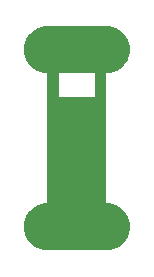
<source format=gbr>
%TF.GenerationSoftware,KiCad,Pcbnew,6.0.1-79c1e3a40b~116~ubuntu20.04.1*%
%TF.CreationDate,2022-01-29T11:44:29+01:00*%
%TF.ProjectId,pcb-connector,7063622d-636f-46e6-9e65-63746f722e6b,rev?*%
%TF.SameCoordinates,Original*%
%TF.FileFunction,Soldermask,Bot*%
%TF.FilePolarity,Negative*%
%FSLAX46Y46*%
G04 Gerber Fmt 4.6, Leading zero omitted, Abs format (unit mm)*
G04 Created by KiCad (PCBNEW 6.0.1-79c1e3a40b~116~ubuntu20.04.1) date 2022-01-29 11:44:29*
%MOMM*%
%LPD*%
G01*
G04 APERTURE LIST*
%ADD10C,3.400000*%
G04 APERTURE END LIST*
D10*
%TO.C,H4*%
X145000000Y-90000000D03*
%TD*%
%TO.C,H3*%
X150000000Y-75000000D03*
%TD*%
%TO.C,H1*%
X145000000Y-75000000D03*
%TD*%
%TO.C,H2*%
X150000000Y-90000000D03*
%TD*%
G36*
X149942121Y-78756187D02*
G01*
X149988614Y-78809843D01*
X150000000Y-78862185D01*
X150000000Y-87981885D01*
X150004475Y-87997124D01*
X150007669Y-87999892D01*
X150011245Y-88000804D01*
X150275645Y-88019714D01*
X150293440Y-88022273D01*
X150554654Y-88079097D01*
X150571903Y-88084161D01*
X150822386Y-88177586D01*
X150838740Y-88185055D01*
X151073375Y-88313176D01*
X151088498Y-88322895D01*
X151302510Y-88483103D01*
X151316096Y-88494876D01*
X151505124Y-88683904D01*
X151516897Y-88697490D01*
X151677105Y-88911502D01*
X151686824Y-88926625D01*
X151814945Y-89161260D01*
X151822414Y-89177614D01*
X151915839Y-89428097D01*
X151920903Y-89445346D01*
X151977727Y-89706560D01*
X151980286Y-89724355D01*
X151987375Y-89823479D01*
X151987696Y-89832467D01*
X151987696Y-90167533D01*
X151987375Y-90176521D01*
X151980286Y-90275645D01*
X151977727Y-90293440D01*
X151920903Y-90554654D01*
X151915839Y-90571903D01*
X151822414Y-90822386D01*
X151814945Y-90838740D01*
X151686824Y-91073375D01*
X151677105Y-91088498D01*
X151516897Y-91302510D01*
X151505124Y-91316096D01*
X151316096Y-91505124D01*
X151302510Y-91516897D01*
X151088498Y-91677105D01*
X151073375Y-91686824D01*
X150838740Y-91814945D01*
X150822386Y-91822414D01*
X150571903Y-91915839D01*
X150554654Y-91920903D01*
X150293440Y-91977727D01*
X150275645Y-91980286D01*
X150141720Y-91989864D01*
X150132732Y-91990185D01*
X144867268Y-91990185D01*
X144858280Y-91989864D01*
X144724355Y-91980286D01*
X144706560Y-91977727D01*
X144445346Y-91920903D01*
X144428097Y-91915839D01*
X144177614Y-91822414D01*
X144161260Y-91814945D01*
X143926625Y-91686824D01*
X143911502Y-91677105D01*
X143697490Y-91516897D01*
X143683904Y-91505124D01*
X143494876Y-91316096D01*
X143483103Y-91302510D01*
X143322895Y-91088498D01*
X143313176Y-91073375D01*
X143185055Y-90838740D01*
X143177586Y-90822386D01*
X143084161Y-90571903D01*
X143079097Y-90554654D01*
X143022273Y-90293440D01*
X143019714Y-90275645D01*
X143000643Y-90008988D01*
X143000643Y-89991012D01*
X143019714Y-89724355D01*
X143022273Y-89706560D01*
X143079097Y-89445346D01*
X143084161Y-89428097D01*
X143177586Y-89177614D01*
X143185055Y-89161260D01*
X143313176Y-88926625D01*
X143322895Y-88911502D01*
X143483103Y-88697490D01*
X143494876Y-88683904D01*
X143683904Y-88494876D01*
X143697490Y-88483103D01*
X143911502Y-88322895D01*
X143926625Y-88313176D01*
X144161260Y-88185055D01*
X144177614Y-88177586D01*
X144428097Y-88084161D01*
X144445346Y-88079097D01*
X144706560Y-88022273D01*
X144724355Y-88019714D01*
X144981932Y-88001292D01*
X144996813Y-87995742D01*
X144999344Y-87992360D01*
X145000000Y-87988726D01*
X145000000Y-79116185D01*
X145020002Y-79048064D01*
X145073658Y-79001571D01*
X145126000Y-78990185D01*
X148981885Y-78990185D01*
X148997124Y-78985710D01*
X148998329Y-78984320D01*
X149000000Y-78976637D01*
X149000000Y-78862185D01*
X149020002Y-78794064D01*
X149073658Y-78747571D01*
X149126000Y-78736185D01*
X149874000Y-78736185D01*
X149942121Y-78756187D01*
G37*
G36*
X150091584Y-76766002D02*
G01*
X150138077Y-76819658D01*
X150148181Y-76889932D01*
X150118687Y-76954512D01*
X150058961Y-76992896D01*
X150032452Y-76997679D01*
X150018068Y-76998708D01*
X150003187Y-77004258D01*
X150000656Y-77007640D01*
X150000000Y-77011274D01*
X150000000Y-79128000D01*
X149979998Y-79196121D01*
X149926342Y-79242614D01*
X149874000Y-79254000D01*
X149003088Y-79254000D01*
X148996906Y-79253848D01*
X148981291Y-79253081D01*
X148968985Y-79251869D01*
X148956574Y-79250028D01*
X148944448Y-79247616D01*
X148932267Y-79244565D01*
X148920435Y-79240976D01*
X148908629Y-79236752D01*
X148897194Y-79232015D01*
X148893110Y-79230083D01*
X148840085Y-79182872D01*
X148821002Y-79114488D01*
X148841920Y-79046643D01*
X148896197Y-79000877D01*
X148946991Y-78990185D01*
X148981885Y-78990185D01*
X148997124Y-78985710D01*
X148998329Y-78984320D01*
X149000000Y-78976637D01*
X149000000Y-77018115D01*
X148995525Y-77002876D01*
X148994135Y-77001671D01*
X148986452Y-77000000D01*
X148979162Y-77000000D01*
X148911041Y-76979998D01*
X148864548Y-76926342D01*
X148854444Y-76856068D01*
X148883938Y-76791488D01*
X148943664Y-76753104D01*
X148960671Y-76749364D01*
X148968982Y-76748131D01*
X148981291Y-76746919D01*
X148996906Y-76746152D01*
X149003088Y-76746000D01*
X150023463Y-76746000D01*
X150091584Y-76766002D01*
G37*
G36*
X150004487Y-73000321D02*
G01*
X150275645Y-73019714D01*
X150293440Y-73022273D01*
X150554654Y-73079097D01*
X150571903Y-73084161D01*
X150822386Y-73177586D01*
X150838740Y-73185055D01*
X151073375Y-73313176D01*
X151088498Y-73322895D01*
X151302510Y-73483103D01*
X151316096Y-73494876D01*
X151505124Y-73683904D01*
X151516897Y-73697490D01*
X151677105Y-73911502D01*
X151686824Y-73926625D01*
X151814945Y-74161260D01*
X151822414Y-74177614D01*
X151915839Y-74428097D01*
X151920903Y-74445346D01*
X151977727Y-74706560D01*
X151980286Y-74724355D01*
X151999357Y-74991012D01*
X151999357Y-75008988D01*
X151980286Y-75275645D01*
X151977727Y-75293440D01*
X151920903Y-75554654D01*
X151915839Y-75571903D01*
X151822414Y-75822386D01*
X151814945Y-75838740D01*
X151686824Y-76073375D01*
X151677105Y-76088498D01*
X151516897Y-76302510D01*
X151505124Y-76316096D01*
X151316096Y-76505124D01*
X151302510Y-76516897D01*
X151088498Y-76677105D01*
X151073375Y-76686824D01*
X150838740Y-76814945D01*
X150822386Y-76822414D01*
X150571903Y-76915839D01*
X150554654Y-76920903D01*
X150293440Y-76977727D01*
X150275645Y-76980286D01*
X150018068Y-76998708D01*
X150003187Y-77004258D01*
X150000656Y-77007640D01*
X150000000Y-77011274D01*
X150000000Y-77128000D01*
X149979998Y-77196121D01*
X149926342Y-77242614D01*
X149874000Y-77254000D01*
X149126000Y-77254000D01*
X149057879Y-77233998D01*
X149011386Y-77180342D01*
X149000000Y-77128000D01*
X149000000Y-77018115D01*
X148995525Y-77002876D01*
X148994135Y-77001671D01*
X148986452Y-77000000D01*
X146018115Y-77000000D01*
X146002876Y-77004475D01*
X146001671Y-77005865D01*
X146000000Y-77013548D01*
X146000000Y-77128000D01*
X145979998Y-77196121D01*
X145926342Y-77242614D01*
X145874000Y-77254000D01*
X145126000Y-77254000D01*
X145057879Y-77233998D01*
X145011386Y-77180342D01*
X145000000Y-77128000D01*
X145000000Y-77018115D01*
X144995525Y-77002876D01*
X144992331Y-77000108D01*
X144988755Y-76999196D01*
X144724355Y-76980286D01*
X144706560Y-76977727D01*
X144445346Y-76920903D01*
X144428097Y-76915839D01*
X144177614Y-76822414D01*
X144161260Y-76814945D01*
X143926625Y-76686824D01*
X143911502Y-76677105D01*
X143697490Y-76516897D01*
X143683904Y-76505124D01*
X143494876Y-76316096D01*
X143483103Y-76302510D01*
X143322895Y-76088498D01*
X143313176Y-76073375D01*
X143185055Y-75838740D01*
X143177586Y-75822386D01*
X143084161Y-75571903D01*
X143079097Y-75554654D01*
X143022273Y-75293440D01*
X143019714Y-75275645D01*
X143000643Y-75008988D01*
X143000643Y-74991012D01*
X143019714Y-74724355D01*
X143022273Y-74706560D01*
X143079097Y-74445346D01*
X143084161Y-74428097D01*
X143177586Y-74177614D01*
X143185055Y-74161260D01*
X143313176Y-73926625D01*
X143322895Y-73911502D01*
X143483103Y-73697490D01*
X143494876Y-73683904D01*
X143683904Y-73494876D01*
X143697490Y-73483103D01*
X143911502Y-73322895D01*
X143926625Y-73313176D01*
X144161260Y-73185055D01*
X144177614Y-73177586D01*
X144428097Y-73084161D01*
X144445346Y-73079097D01*
X144706560Y-73022273D01*
X144724355Y-73019714D01*
X144995513Y-73000321D01*
X145004501Y-73000000D01*
X149995499Y-73000000D01*
X150004487Y-73000321D01*
G37*
G36*
X146003094Y-76746152D02*
G01*
X146018709Y-76746919D01*
X146031018Y-76748131D01*
X146039329Y-76749364D01*
X146103777Y-76779146D01*
X146141892Y-76839044D01*
X146141574Y-76910040D01*
X146102923Y-76969593D01*
X146038210Y-76998797D01*
X146020838Y-77000000D01*
X146018115Y-77000000D01*
X146002876Y-77004475D01*
X146001671Y-77005865D01*
X146000000Y-77013548D01*
X146000000Y-78972070D01*
X146004475Y-78987309D01*
X146005865Y-78988514D01*
X146013548Y-78990185D01*
X146053009Y-78990185D01*
X146121130Y-79010187D01*
X146167623Y-79063843D01*
X146177727Y-79134117D01*
X146148233Y-79198697D01*
X146106890Y-79230083D01*
X146102806Y-79232015D01*
X146091371Y-79236752D01*
X146079565Y-79240976D01*
X146067733Y-79244565D01*
X146055552Y-79247616D01*
X146043426Y-79250028D01*
X146031015Y-79251869D01*
X146018709Y-79253081D01*
X146003094Y-79253848D01*
X145996912Y-79254000D01*
X145126000Y-79254000D01*
X145057879Y-79233998D01*
X145011386Y-79180342D01*
X145000000Y-79128000D01*
X145000000Y-77018115D01*
X144995525Y-77002876D01*
X144992331Y-77000108D01*
X144988756Y-76999196D01*
X144967548Y-76997679D01*
X144901028Y-76972868D01*
X144858481Y-76916033D01*
X144853416Y-76845217D01*
X144887442Y-76782905D01*
X144949754Y-76748880D01*
X144976537Y-76746000D01*
X145996912Y-76746000D01*
X146003094Y-76746152D01*
G37*
M02*

</source>
